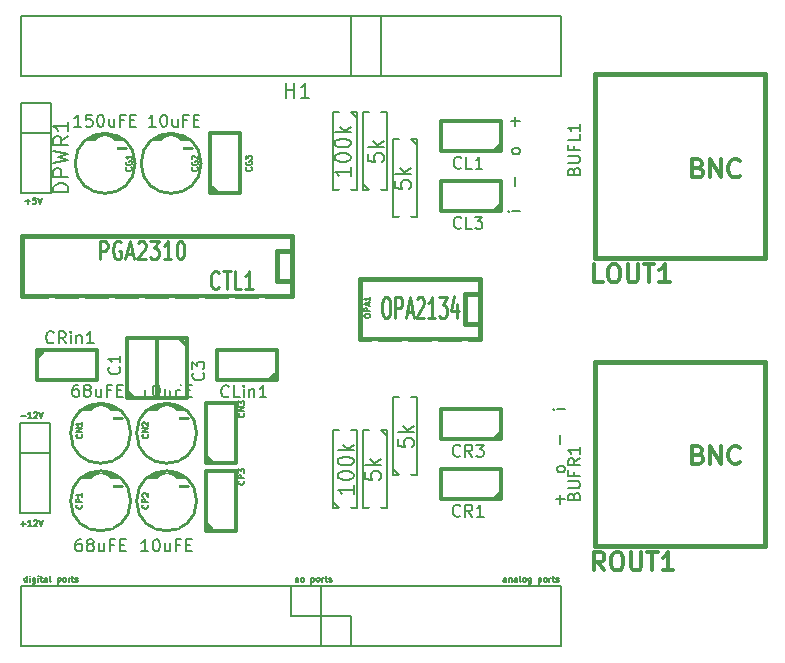
<source format=gto>
%TF.FileFunction,Legend,Top*%
%FSLAX46Y46*%
G04 Gerber Fmt 4.6, Leading zero omitted, Abs format (unit mm)*
G04 Created by KiCad (PCBNEW (2014-08-05 BZR 5054)-product) date Thu 18 Sep 2014 01:52:19 PM PDT*
%MOMM*%
G01*
G04 APERTURE LIST*
%ADD10C,0.100000*%
%ADD11C,0.127000*%
%ADD12C,0.304800*%
%ADD13C,0.381000*%
%ADD14C,0.203200*%
%ADD15C,0.254000*%
%ADD16C,0.150000*%
%ADD17C,0.285750*%
%ADD18C,1.397000*%
%ADD19R,1.574800X2.286000*%
%ADD20O,1.574800X2.286000*%
%ADD21R,1.998980X1.998980*%
%ADD22C,1.998980*%
%ADD23O,5.001260X3.500120*%
%ADD24C,1.600200*%
%ADD25R,2.032000X1.727200*%
%ADD26O,2.032000X1.727200*%
%ADD27O,3.500120X1.699260*%
%ADD28O,3.500120X1.524000*%
%ADD29R,3.500120X1.524000*%
%ADD30R,1.727200X1.727200*%
%ADD31O,1.727200X1.727200*%
%ADD32C,1.727200*%
G04 APERTURE END LIST*
D10*
D11*
X38081857Y-44105286D02*
X38468905Y-44105286D01*
X38275381Y-44298810D02*
X38275381Y-43911762D01*
X38952714Y-43790810D02*
X38710809Y-43790810D01*
X38686619Y-44032714D01*
X38710809Y-44008524D01*
X38759190Y-43984333D01*
X38880143Y-43984333D01*
X38928524Y-44008524D01*
X38952714Y-44032714D01*
X38976905Y-44081095D01*
X38976905Y-44202048D01*
X38952714Y-44250429D01*
X38928524Y-44274619D01*
X38880143Y-44298810D01*
X38759190Y-44298810D01*
X38710809Y-44274619D01*
X38686619Y-44250429D01*
X39122048Y-43790810D02*
X39291381Y-44298810D01*
X39460715Y-43790810D01*
X37712952Y-71410286D02*
X38100000Y-71410286D01*
X37906476Y-71603810D02*
X37906476Y-71216762D01*
X38608000Y-71603810D02*
X38317714Y-71603810D01*
X38462857Y-71603810D02*
X38462857Y-71095810D01*
X38414476Y-71168381D01*
X38366095Y-71216762D01*
X38317714Y-71240952D01*
X38801524Y-71144190D02*
X38825714Y-71120000D01*
X38874095Y-71095810D01*
X38995048Y-71095810D01*
X39043429Y-71120000D01*
X39067619Y-71144190D01*
X39091810Y-71192571D01*
X39091810Y-71240952D01*
X39067619Y-71313524D01*
X38777333Y-71603810D01*
X39091810Y-71603810D01*
X39236953Y-71095810D02*
X39406286Y-71603810D01*
X39575620Y-71095810D01*
X37712952Y-62266286D02*
X38100000Y-62266286D01*
X38608000Y-62459810D02*
X38317714Y-62459810D01*
X38462857Y-62459810D02*
X38462857Y-61951810D01*
X38414476Y-62024381D01*
X38366095Y-62072762D01*
X38317714Y-62096952D01*
X38801524Y-62000190D02*
X38825714Y-61976000D01*
X38874095Y-61951810D01*
X38995048Y-61951810D01*
X39043429Y-61976000D01*
X39067619Y-62000190D01*
X39091810Y-62048571D01*
X39091810Y-62096952D01*
X39067619Y-62169524D01*
X38777333Y-62459810D01*
X39091810Y-62459810D01*
X39236953Y-61951810D02*
X39406286Y-62459810D01*
X39575620Y-61951810D01*
D12*
X46672500Y-60718700D02*
X46672500Y-55689500D01*
X46672500Y-55689500D02*
X49212500Y-55689500D01*
X49212500Y-55689500D02*
X49212500Y-60769500D01*
X49212500Y-60769500D02*
X46672500Y-60769500D01*
X47307500Y-60769500D02*
X46672500Y-60134500D01*
X51752500Y-55740300D02*
X51752500Y-60769500D01*
X51752500Y-60769500D02*
X49212500Y-60769500D01*
X49212500Y-60769500D02*
X49212500Y-55689500D01*
X49212500Y-55689500D02*
X51752500Y-55689500D01*
X51117500Y-55689500D02*
X51752500Y-56324500D01*
X78308200Y-39878000D02*
X73279000Y-39878000D01*
X73279000Y-39878000D02*
X73279000Y-37338000D01*
X73279000Y-37338000D02*
X78359000Y-37338000D01*
X78359000Y-37338000D02*
X78359000Y-39878000D01*
X78359000Y-39243000D02*
X77724000Y-39878000D01*
X78308200Y-44958000D02*
X73279000Y-44958000D01*
X73279000Y-44958000D02*
X73279000Y-42418000D01*
X73279000Y-42418000D02*
X78359000Y-42418000D01*
X78359000Y-42418000D02*
X78359000Y-44958000D01*
X78359000Y-44323000D02*
X77724000Y-44958000D01*
X59321700Y-59245500D02*
X54292500Y-59245500D01*
X54292500Y-59245500D02*
X54292500Y-56705500D01*
X54292500Y-56705500D02*
X59372500Y-56705500D01*
X59372500Y-56705500D02*
X59372500Y-59245500D01*
X59372500Y-58610500D02*
X58737500Y-59245500D01*
X78308200Y-69342000D02*
X73279000Y-69342000D01*
X73279000Y-69342000D02*
X73279000Y-66802000D01*
X73279000Y-66802000D02*
X78359000Y-66802000D01*
X78359000Y-66802000D02*
X78359000Y-69342000D01*
X78359000Y-68707000D02*
X77724000Y-69342000D01*
X78308200Y-64262000D02*
X73279000Y-64262000D01*
X73279000Y-64262000D02*
X73279000Y-61722000D01*
X73279000Y-61722000D02*
X78359000Y-61722000D01*
X78359000Y-61722000D02*
X78359000Y-64262000D01*
X78359000Y-63627000D02*
X77724000Y-64262000D01*
X39103300Y-56705500D02*
X44132500Y-56705500D01*
X44132500Y-56705500D02*
X44132500Y-59245500D01*
X44132500Y-59245500D02*
X39052500Y-59245500D01*
X39052500Y-59245500D02*
X39052500Y-56705500D01*
X39052500Y-57340500D02*
X39687500Y-56705500D01*
D13*
X60642500Y-50863500D02*
X60642500Y-50863500D01*
X60642500Y-50863500D02*
X59372500Y-50863500D01*
X59372500Y-50863500D02*
X59372500Y-48323500D01*
X59372500Y-48323500D02*
X60642500Y-48323500D01*
X60642500Y-52133500D02*
X37782500Y-52133500D01*
X37782500Y-52133500D02*
X37782500Y-47053500D01*
X37782500Y-47053500D02*
X60642500Y-47053500D01*
X60642500Y-47053500D02*
X60642500Y-52133500D01*
X76581000Y-54483000D02*
X75311000Y-54483000D01*
X75311000Y-54483000D02*
X75311000Y-51943000D01*
X75311000Y-51943000D02*
X76581000Y-51943000D01*
X76581000Y-55753000D02*
X66421000Y-55753000D01*
X66421000Y-55753000D02*
X66421000Y-50673000D01*
X66421000Y-50673000D02*
X76581000Y-50673000D01*
X76581000Y-50673000D02*
X76581000Y-55753000D01*
D14*
X67691000Y-43688000D02*
X67691000Y-43180000D01*
X67691000Y-36068000D02*
X67691000Y-36576000D01*
X67691000Y-36576000D02*
X66675000Y-36576000D01*
X66675000Y-36576000D02*
X66675000Y-43180000D01*
X66675000Y-43180000D02*
X68707000Y-43180000D01*
X68707000Y-43180000D02*
X68707000Y-36576000D01*
X68707000Y-36576000D02*
X67691000Y-36576000D01*
X67183000Y-43180000D02*
X66675000Y-42672000D01*
X70231000Y-38354000D02*
X70231000Y-38862000D01*
X70231000Y-45974000D02*
X70231000Y-45466000D01*
X70231000Y-45466000D02*
X71247000Y-45466000D01*
X71247000Y-45466000D02*
X71247000Y-38862000D01*
X71247000Y-38862000D02*
X69215000Y-38862000D01*
X69215000Y-38862000D02*
X69215000Y-45466000D01*
X69215000Y-45466000D02*
X70231000Y-45466000D01*
X70739000Y-38862000D02*
X71247000Y-39370000D01*
X65151000Y-36068000D02*
X65151000Y-36576000D01*
X65151000Y-43688000D02*
X65151000Y-43180000D01*
X65151000Y-43180000D02*
X66167000Y-43180000D01*
X66167000Y-43180000D02*
X66167000Y-36576000D01*
X66167000Y-36576000D02*
X64135000Y-36576000D01*
X64135000Y-36576000D02*
X64135000Y-43180000D01*
X64135000Y-43180000D02*
X65151000Y-43180000D01*
X65659000Y-36576000D02*
X66167000Y-37084000D01*
X67691000Y-62992000D02*
X67691000Y-63500000D01*
X67691000Y-70612000D02*
X67691000Y-70104000D01*
X67691000Y-70104000D02*
X68707000Y-70104000D01*
X68707000Y-70104000D02*
X68707000Y-63500000D01*
X68707000Y-63500000D02*
X66675000Y-63500000D01*
X66675000Y-63500000D02*
X66675000Y-70104000D01*
X66675000Y-70104000D02*
X67691000Y-70104000D01*
X68199000Y-63500000D02*
X68707000Y-64008000D01*
X70231000Y-67818000D02*
X70231000Y-67310000D01*
X70231000Y-60198000D02*
X70231000Y-60706000D01*
X70231000Y-60706000D02*
X69215000Y-60706000D01*
X69215000Y-60706000D02*
X69215000Y-67310000D01*
X69215000Y-67310000D02*
X71247000Y-67310000D01*
X71247000Y-67310000D02*
X71247000Y-60706000D01*
X71247000Y-60706000D02*
X70231000Y-60706000D01*
X69723000Y-67310000D02*
X69215000Y-66802000D01*
X65151000Y-70612000D02*
X65151000Y-70104000D01*
X65151000Y-62992000D02*
X65151000Y-63500000D01*
X65151000Y-63500000D02*
X64135000Y-63500000D01*
X64135000Y-63500000D02*
X64135000Y-70104000D01*
X64135000Y-70104000D02*
X66167000Y-70104000D01*
X66167000Y-70104000D02*
X66167000Y-63500000D01*
X66167000Y-63500000D02*
X65151000Y-63500000D01*
X64643000Y-70104000D02*
X64135000Y-69596000D01*
D15*
X45720000Y-39624000D02*
X46609000Y-39624000D01*
X45847000Y-38608000D02*
X43815000Y-38608000D01*
X43815000Y-38608000D02*
X43815000Y-38735000D01*
X43815000Y-38735000D02*
X45847000Y-38735000D01*
X43307000Y-38862000D02*
X46355000Y-38862000D01*
X47371000Y-40894000D02*
G75*
G03X47371000Y-40894000I-2540000J0D01*
G74*
G01*
X51308000Y-39624000D02*
X52197000Y-39624000D01*
X51435000Y-38608000D02*
X49403000Y-38608000D01*
X49403000Y-38608000D02*
X49403000Y-38735000D01*
X49403000Y-38735000D02*
X51435000Y-38735000D01*
X48895000Y-38862000D02*
X51943000Y-38862000D01*
X52959000Y-40894000D02*
G75*
G03X52959000Y-40894000I-2540000J0D01*
G74*
G01*
D12*
X53721000Y-43383200D02*
X53721000Y-38354000D01*
X53721000Y-38354000D02*
X56261000Y-38354000D01*
X56261000Y-38354000D02*
X56261000Y-43434000D01*
X56261000Y-43434000D02*
X53721000Y-43434000D01*
X54356000Y-43434000D02*
X53721000Y-42799000D01*
D15*
X45339000Y-62484000D02*
X46228000Y-62484000D01*
X45466000Y-61468000D02*
X43434000Y-61468000D01*
X43434000Y-61468000D02*
X43434000Y-61595000D01*
X43434000Y-61595000D02*
X45466000Y-61595000D01*
X42926000Y-61722000D02*
X45974000Y-61722000D01*
X46990000Y-63754000D02*
G75*
G03X46990000Y-63754000I-2540000J0D01*
G74*
G01*
X50927000Y-62484000D02*
X51816000Y-62484000D01*
X51054000Y-61468000D02*
X49022000Y-61468000D01*
X49022000Y-61468000D02*
X49022000Y-61595000D01*
X49022000Y-61595000D02*
X51054000Y-61595000D01*
X48514000Y-61722000D02*
X51562000Y-61722000D01*
X52578000Y-63754000D02*
G75*
G03X52578000Y-63754000I-2540000J0D01*
G74*
G01*
D12*
X53340000Y-66243200D02*
X53340000Y-61214000D01*
X53340000Y-61214000D02*
X55880000Y-61214000D01*
X55880000Y-61214000D02*
X55880000Y-66294000D01*
X55880000Y-66294000D02*
X53340000Y-66294000D01*
X53975000Y-66294000D02*
X53340000Y-65659000D01*
D15*
X45339000Y-68199000D02*
X46228000Y-68199000D01*
X45466000Y-67183000D02*
X43434000Y-67183000D01*
X43434000Y-67183000D02*
X43434000Y-67310000D01*
X43434000Y-67310000D02*
X45466000Y-67310000D01*
X42926000Y-67437000D02*
X45974000Y-67437000D01*
X46990000Y-69469000D02*
G75*
G03X46990000Y-69469000I-2540000J0D01*
G74*
G01*
X50927000Y-68199000D02*
X51816000Y-68199000D01*
X51054000Y-67183000D02*
X49022000Y-67183000D01*
X49022000Y-67183000D02*
X49022000Y-67310000D01*
X49022000Y-67310000D02*
X51054000Y-67310000D01*
X48514000Y-67437000D02*
X51562000Y-67437000D01*
X52578000Y-69469000D02*
G75*
G03X52578000Y-69469000I-2540000J0D01*
G74*
G01*
D12*
X53340000Y-71958200D02*
X53340000Y-66929000D01*
X53340000Y-66929000D02*
X55880000Y-66929000D01*
X55880000Y-66929000D02*
X55880000Y-72009000D01*
X55880000Y-72009000D02*
X53340000Y-72009000D01*
X53975000Y-72009000D02*
X53340000Y-71374000D01*
D13*
X86271100Y-33347660D02*
X86271100Y-48948340D01*
X86271100Y-48948340D02*
X100672900Y-48948340D01*
X100672900Y-48948340D02*
X100672900Y-33347660D01*
X100672900Y-33347660D02*
X86271100Y-33347660D01*
X86271100Y-57731660D02*
X86271100Y-73332340D01*
X86271100Y-73332340D02*
X100672900Y-73332340D01*
X100672900Y-73332340D02*
X100672900Y-57731660D01*
X100672900Y-57731660D02*
X86271100Y-57731660D01*
D16*
X40259000Y-38354000D02*
X40259000Y-43434000D01*
X40259000Y-43434000D02*
X37719000Y-43434000D01*
X37719000Y-43434000D02*
X37719000Y-38354000D01*
X37719000Y-35814000D02*
X37719000Y-38354000D01*
X37719000Y-38354000D02*
X40259000Y-38354000D01*
X37719000Y-35814000D02*
X40259000Y-35814000D01*
X40259000Y-35814000D02*
X40259000Y-38354000D01*
X40132000Y-65405000D02*
X40132000Y-70485000D01*
X40132000Y-70485000D02*
X37592000Y-70485000D01*
X37592000Y-70485000D02*
X37592000Y-65405000D01*
X37592000Y-62865000D02*
X37592000Y-65405000D01*
X37592000Y-65405000D02*
X40132000Y-65405000D01*
X37592000Y-62865000D02*
X40132000Y-62865000D01*
X40132000Y-62865000D02*
X40132000Y-65405000D01*
X68199000Y-28448000D02*
X68199000Y-33528000D01*
X63119000Y-76708000D02*
X63119000Y-79248000D01*
X63119000Y-79248000D02*
X65659000Y-79248000D01*
X65659000Y-79248000D02*
X65659000Y-81788000D01*
X60579000Y-76708000D02*
X60579000Y-79248000D01*
X60579000Y-79248000D02*
X63119000Y-79248000D01*
X63119000Y-79248000D02*
X63119000Y-81788000D01*
X65659000Y-28448000D02*
X65659000Y-33528000D01*
X60579000Y-76708000D02*
X63119000Y-76708000D01*
X68199000Y-28448000D02*
X65659000Y-28448000D01*
X37719000Y-81788000D02*
X40259000Y-81788000D01*
X37719000Y-76708000D02*
X83439000Y-76708000D01*
X83439000Y-81788000D02*
X40259000Y-81788000D01*
X83439000Y-76708000D02*
X83439000Y-81788000D01*
X37719000Y-76708000D02*
X37719000Y-79248000D01*
X37719000Y-81788000D02*
X40259000Y-81788000D01*
X37719000Y-81788000D02*
X37719000Y-79248000D01*
X37719000Y-33528000D02*
X40259000Y-33528000D01*
X37719000Y-28448000D02*
X83439000Y-28448000D01*
X83439000Y-33528000D02*
X40259000Y-33528000D01*
X83439000Y-28448000D02*
X83439000Y-33528000D01*
X37719000Y-28448000D02*
X37719000Y-30988000D01*
X37719000Y-33528000D02*
X40259000Y-33528000D01*
X37719000Y-33528000D02*
X37719000Y-30988000D01*
D14*
X46019357Y-58144833D02*
X46067738Y-58193214D01*
X46116119Y-58338357D01*
X46116119Y-58435119D01*
X46067738Y-58580261D01*
X45970976Y-58677023D01*
X45874214Y-58725404D01*
X45680690Y-58773785D01*
X45535548Y-58773785D01*
X45342024Y-58725404D01*
X45245262Y-58677023D01*
X45148500Y-58580261D01*
X45100119Y-58435119D01*
X45100119Y-58338357D01*
X45148500Y-58193214D01*
X45196881Y-58144833D01*
X46116119Y-57177214D02*
X46116119Y-57757785D01*
X46116119Y-57467499D02*
X45100119Y-57467499D01*
X45245262Y-57564261D01*
X45342024Y-57661023D01*
X45390405Y-57757785D01*
X53131357Y-58652833D02*
X53179738Y-58701214D01*
X53228119Y-58846357D01*
X53228119Y-58943119D01*
X53179738Y-59088261D01*
X53082976Y-59185023D01*
X52986214Y-59233404D01*
X52792690Y-59281785D01*
X52647548Y-59281785D01*
X52454024Y-59233404D01*
X52357262Y-59185023D01*
X52260500Y-59088261D01*
X52212119Y-58943119D01*
X52212119Y-58846357D01*
X52260500Y-58701214D01*
X52308881Y-58652833D01*
X52212119Y-58314166D02*
X52212119Y-57685214D01*
X52599167Y-58023880D01*
X52599167Y-57878738D01*
X52647548Y-57781976D01*
X52695929Y-57733595D01*
X52792690Y-57685214D01*
X53034595Y-57685214D01*
X53131357Y-57733595D01*
X53179738Y-57781976D01*
X53228119Y-57878738D01*
X53228119Y-58169023D01*
X53179738Y-58265785D01*
X53131357Y-58314166D01*
X74984429Y-41256857D02*
X74936048Y-41305238D01*
X74790905Y-41353619D01*
X74694143Y-41353619D01*
X74549001Y-41305238D01*
X74452239Y-41208476D01*
X74403858Y-41111714D01*
X74355477Y-40918190D01*
X74355477Y-40773048D01*
X74403858Y-40579524D01*
X74452239Y-40482762D01*
X74549001Y-40386000D01*
X74694143Y-40337619D01*
X74790905Y-40337619D01*
X74936048Y-40386000D01*
X74984429Y-40434381D01*
X75903667Y-41353619D02*
X75419858Y-41353619D01*
X75419858Y-40337619D01*
X76774524Y-41353619D02*
X76193953Y-41353619D01*
X76484239Y-41353619D02*
X76484239Y-40337619D01*
X76387477Y-40482762D01*
X76290715Y-40579524D01*
X76193953Y-40627905D01*
X74984429Y-46336857D02*
X74936048Y-46385238D01*
X74790905Y-46433619D01*
X74694143Y-46433619D01*
X74549001Y-46385238D01*
X74452239Y-46288476D01*
X74403858Y-46191714D01*
X74355477Y-45998190D01*
X74355477Y-45853048D01*
X74403858Y-45659524D01*
X74452239Y-45562762D01*
X74549001Y-45466000D01*
X74694143Y-45417619D01*
X74790905Y-45417619D01*
X74936048Y-45466000D01*
X74984429Y-45514381D01*
X75903667Y-46433619D02*
X75419858Y-46433619D01*
X75419858Y-45417619D01*
X76145572Y-45417619D02*
X76774524Y-45417619D01*
X76435858Y-45804667D01*
X76581000Y-45804667D01*
X76677762Y-45853048D01*
X76726143Y-45901429D01*
X76774524Y-45998190D01*
X76774524Y-46240095D01*
X76726143Y-46336857D01*
X76677762Y-46385238D01*
X76581000Y-46433619D01*
X76290715Y-46433619D01*
X76193953Y-46385238D01*
X76145572Y-46336857D01*
X55296405Y-60624357D02*
X55248024Y-60672738D01*
X55102881Y-60721119D01*
X55006119Y-60721119D01*
X54860977Y-60672738D01*
X54764215Y-60575976D01*
X54715834Y-60479214D01*
X54667453Y-60285690D01*
X54667453Y-60140548D01*
X54715834Y-59947024D01*
X54764215Y-59850262D01*
X54860977Y-59753500D01*
X55006119Y-59705119D01*
X55102881Y-59705119D01*
X55248024Y-59753500D01*
X55296405Y-59801881D01*
X56215643Y-60721119D02*
X55731834Y-60721119D01*
X55731834Y-59705119D01*
X56554310Y-60721119D02*
X56554310Y-60043786D01*
X56554310Y-59705119D02*
X56505929Y-59753500D01*
X56554310Y-59801881D01*
X56602691Y-59753500D01*
X56554310Y-59705119D01*
X56554310Y-59801881D01*
X57038120Y-60043786D02*
X57038120Y-60721119D01*
X57038120Y-60140548D02*
X57086501Y-60092167D01*
X57183263Y-60043786D01*
X57328405Y-60043786D01*
X57425167Y-60092167D01*
X57473548Y-60188929D01*
X57473548Y-60721119D01*
X58489548Y-60721119D02*
X57908977Y-60721119D01*
X58199263Y-60721119D02*
X58199263Y-59705119D01*
X58102501Y-59850262D01*
X58005739Y-59947024D01*
X57908977Y-59995405D01*
X74887667Y-70720857D02*
X74839286Y-70769238D01*
X74694143Y-70817619D01*
X74597381Y-70817619D01*
X74452239Y-70769238D01*
X74355477Y-70672476D01*
X74307096Y-70575714D01*
X74258715Y-70382190D01*
X74258715Y-70237048D01*
X74307096Y-70043524D01*
X74355477Y-69946762D01*
X74452239Y-69850000D01*
X74597381Y-69801619D01*
X74694143Y-69801619D01*
X74839286Y-69850000D01*
X74887667Y-69898381D01*
X75903667Y-70817619D02*
X75565001Y-70333810D01*
X75323096Y-70817619D02*
X75323096Y-69801619D01*
X75710143Y-69801619D01*
X75806905Y-69850000D01*
X75855286Y-69898381D01*
X75903667Y-69995143D01*
X75903667Y-70140286D01*
X75855286Y-70237048D01*
X75806905Y-70285429D01*
X75710143Y-70333810D01*
X75323096Y-70333810D01*
X76871286Y-70817619D02*
X76290715Y-70817619D01*
X76581001Y-70817619D02*
X76581001Y-69801619D01*
X76484239Y-69946762D01*
X76387477Y-70043524D01*
X76290715Y-70091905D01*
X74887667Y-65640857D02*
X74839286Y-65689238D01*
X74694143Y-65737619D01*
X74597381Y-65737619D01*
X74452239Y-65689238D01*
X74355477Y-65592476D01*
X74307096Y-65495714D01*
X74258715Y-65302190D01*
X74258715Y-65157048D01*
X74307096Y-64963524D01*
X74355477Y-64866762D01*
X74452239Y-64770000D01*
X74597381Y-64721619D01*
X74694143Y-64721619D01*
X74839286Y-64770000D01*
X74887667Y-64818381D01*
X75903667Y-65737619D02*
X75565001Y-65253810D01*
X75323096Y-65737619D02*
X75323096Y-64721619D01*
X75710143Y-64721619D01*
X75806905Y-64770000D01*
X75855286Y-64818381D01*
X75903667Y-64915143D01*
X75903667Y-65060286D01*
X75855286Y-65157048D01*
X75806905Y-65205429D01*
X75710143Y-65253810D01*
X75323096Y-65253810D01*
X76242334Y-64721619D02*
X76871286Y-64721619D01*
X76532620Y-65108667D01*
X76677762Y-65108667D01*
X76774524Y-65157048D01*
X76822905Y-65205429D01*
X76871286Y-65302190D01*
X76871286Y-65544095D01*
X76822905Y-65640857D01*
X76774524Y-65689238D01*
X76677762Y-65737619D01*
X76387477Y-65737619D01*
X76290715Y-65689238D01*
X76242334Y-65640857D01*
X40467643Y-56052357D02*
X40419262Y-56100738D01*
X40274119Y-56149119D01*
X40177357Y-56149119D01*
X40032215Y-56100738D01*
X39935453Y-56003976D01*
X39887072Y-55907214D01*
X39838691Y-55713690D01*
X39838691Y-55568548D01*
X39887072Y-55375024D01*
X39935453Y-55278262D01*
X40032215Y-55181500D01*
X40177357Y-55133119D01*
X40274119Y-55133119D01*
X40419262Y-55181500D01*
X40467643Y-55229881D01*
X41483643Y-56149119D02*
X41144977Y-55665310D01*
X40903072Y-56149119D02*
X40903072Y-55133119D01*
X41290119Y-55133119D01*
X41386881Y-55181500D01*
X41435262Y-55229881D01*
X41483643Y-55326643D01*
X41483643Y-55471786D01*
X41435262Y-55568548D01*
X41386881Y-55616929D01*
X41290119Y-55665310D01*
X40903072Y-55665310D01*
X41919072Y-56149119D02*
X41919072Y-55471786D01*
X41919072Y-55133119D02*
X41870691Y-55181500D01*
X41919072Y-55229881D01*
X41967453Y-55181500D01*
X41919072Y-55133119D01*
X41919072Y-55229881D01*
X42402882Y-55471786D02*
X42402882Y-56149119D01*
X42402882Y-55568548D02*
X42451263Y-55520167D01*
X42548025Y-55471786D01*
X42693167Y-55471786D01*
X42789929Y-55520167D01*
X42838310Y-55616929D01*
X42838310Y-56149119D01*
X43854310Y-56149119D02*
X43273739Y-56149119D01*
X43564025Y-56149119D02*
X43564025Y-55133119D01*
X43467263Y-55278262D01*
X43370501Y-55375024D01*
X43273739Y-55423405D01*
D17*
X54473929Y-51407786D02*
X54419500Y-51480357D01*
X54256214Y-51552929D01*
X54147357Y-51552929D01*
X53984072Y-51480357D01*
X53875214Y-51335214D01*
X53820786Y-51190071D01*
X53766357Y-50899786D01*
X53766357Y-50682071D01*
X53820786Y-50391786D01*
X53875214Y-50246643D01*
X53984072Y-50101500D01*
X54147357Y-50028929D01*
X54256214Y-50028929D01*
X54419500Y-50101500D01*
X54473929Y-50174071D01*
X54800500Y-50028929D02*
X55453643Y-50028929D01*
X55127072Y-51552929D02*
X55127072Y-50028929D01*
X56378929Y-51552929D02*
X55834643Y-51552929D01*
X55834643Y-50028929D01*
X57358643Y-51552929D02*
X56705500Y-51552929D01*
X57032072Y-51552929D02*
X57032072Y-50028929D01*
X56923215Y-50246643D01*
X56814357Y-50391786D01*
X56705500Y-50464357D01*
D12*
D17*
X44404644Y-49012929D02*
X44404644Y-47488929D01*
X44840072Y-47488929D01*
X44948930Y-47561500D01*
X45003358Y-47634071D01*
X45057787Y-47779214D01*
X45057787Y-47996929D01*
X45003358Y-48142071D01*
X44948930Y-48214643D01*
X44840072Y-48287214D01*
X44404644Y-48287214D01*
X46146358Y-47561500D02*
X46037501Y-47488929D01*
X45874215Y-47488929D01*
X45710930Y-47561500D01*
X45602072Y-47706643D01*
X45547644Y-47851786D01*
X45493215Y-48142071D01*
X45493215Y-48359786D01*
X45547644Y-48650071D01*
X45602072Y-48795214D01*
X45710930Y-48940357D01*
X45874215Y-49012929D01*
X45983072Y-49012929D01*
X46146358Y-48940357D01*
X46200787Y-48867786D01*
X46200787Y-48359786D01*
X45983072Y-48359786D01*
X46636215Y-48577500D02*
X47180501Y-48577500D01*
X46527358Y-49012929D02*
X46908358Y-47488929D01*
X47289358Y-49012929D01*
X47615929Y-47634071D02*
X47670358Y-47561500D01*
X47779215Y-47488929D01*
X48051358Y-47488929D01*
X48160215Y-47561500D01*
X48214644Y-47634071D01*
X48269072Y-47779214D01*
X48269072Y-47924357D01*
X48214644Y-48142071D01*
X47561501Y-49012929D01*
X48269072Y-49012929D01*
X48650072Y-47488929D02*
X49357643Y-47488929D01*
X48976643Y-48069500D01*
X49139929Y-48069500D01*
X49248786Y-48142071D01*
X49303215Y-48214643D01*
X49357643Y-48359786D01*
X49357643Y-48722643D01*
X49303215Y-48867786D01*
X49248786Y-48940357D01*
X49139929Y-49012929D01*
X48813357Y-49012929D01*
X48704500Y-48940357D01*
X48650072Y-48867786D01*
X50446214Y-49012929D02*
X49793071Y-49012929D01*
X50119643Y-49012929D02*
X50119643Y-47488929D01*
X50010786Y-47706643D01*
X49901928Y-47851786D01*
X49793071Y-47924357D01*
X51153785Y-47488929D02*
X51262642Y-47488929D01*
X51371499Y-47561500D01*
X51425928Y-47634071D01*
X51480357Y-47779214D01*
X51534785Y-48069500D01*
X51534785Y-48432357D01*
X51480357Y-48722643D01*
X51425928Y-48867786D01*
X51371499Y-48940357D01*
X51262642Y-49012929D01*
X51153785Y-49012929D01*
X51044928Y-48940357D01*
X50990499Y-48867786D01*
X50936071Y-48722643D01*
X50881642Y-48432357D01*
X50881642Y-48069500D01*
X50936071Y-47779214D01*
X50990499Y-47634071D01*
X51044928Y-47561500D01*
X51153785Y-47488929D01*
D12*
D11*
X66777810Y-53848000D02*
X66777810Y-53751238D01*
X66802000Y-53702857D01*
X66850381Y-53654476D01*
X66947143Y-53630285D01*
X67116476Y-53630285D01*
X67213238Y-53654476D01*
X67261619Y-53702857D01*
X67285810Y-53751238D01*
X67285810Y-53848000D01*
X67261619Y-53896381D01*
X67213238Y-53944762D01*
X67116476Y-53968952D01*
X66947143Y-53968952D01*
X66850381Y-53944762D01*
X66802000Y-53896381D01*
X66777810Y-53848000D01*
X67285810Y-53412572D02*
X66777810Y-53412572D01*
X66777810Y-53219048D01*
X66802000Y-53170667D01*
X66826190Y-53146476D01*
X66874571Y-53122286D01*
X66947143Y-53122286D01*
X66995524Y-53146476D01*
X67019714Y-53170667D01*
X67043905Y-53219048D01*
X67043905Y-53412572D01*
X67140667Y-52928762D02*
X67140667Y-52686857D01*
X67285810Y-52977143D02*
X66777810Y-52807810D01*
X67285810Y-52638476D01*
X67285810Y-52203047D02*
X67285810Y-52493333D01*
X67285810Y-52348190D02*
X66777810Y-52348190D01*
X66850381Y-52396571D01*
X66898762Y-52444952D01*
X66922952Y-52493333D01*
D15*
X68525572Y-52239333D02*
X68719095Y-52239333D01*
X68815857Y-52324000D01*
X68912619Y-52493333D01*
X68961000Y-52832000D01*
X68961000Y-53424667D01*
X68912619Y-53763333D01*
X68815857Y-53932667D01*
X68719095Y-54017333D01*
X68525572Y-54017333D01*
X68428810Y-53932667D01*
X68332048Y-53763333D01*
X68283667Y-53424667D01*
X68283667Y-52832000D01*
X68332048Y-52493333D01*
X68428810Y-52324000D01*
X68525572Y-52239333D01*
X69396429Y-54017333D02*
X69396429Y-52239333D01*
X69783476Y-52239333D01*
X69880238Y-52324000D01*
X69928619Y-52408667D01*
X69977000Y-52578000D01*
X69977000Y-52832000D01*
X69928619Y-53001333D01*
X69880238Y-53086000D01*
X69783476Y-53170667D01*
X69396429Y-53170667D01*
X70364048Y-53509333D02*
X70847857Y-53509333D01*
X70267286Y-54017333D02*
X70605953Y-52239333D01*
X70944619Y-54017333D01*
X71234905Y-52408667D02*
X71283286Y-52324000D01*
X71380048Y-52239333D01*
X71621952Y-52239333D01*
X71718714Y-52324000D01*
X71767095Y-52408667D01*
X71815476Y-52578000D01*
X71815476Y-52747333D01*
X71767095Y-53001333D01*
X71186524Y-54017333D01*
X71815476Y-54017333D01*
X72783095Y-54017333D02*
X72202524Y-54017333D01*
X72492810Y-54017333D02*
X72492810Y-52239333D01*
X72396048Y-52493333D01*
X72299286Y-52662667D01*
X72202524Y-52747333D01*
X73121762Y-52239333D02*
X73750714Y-52239333D01*
X73412048Y-52916667D01*
X73557190Y-52916667D01*
X73653952Y-53001333D01*
X73702333Y-53086000D01*
X73750714Y-53255333D01*
X73750714Y-53678667D01*
X73702333Y-53848000D01*
X73653952Y-53932667D01*
X73557190Y-54017333D01*
X73266905Y-54017333D01*
X73170143Y-53932667D01*
X73121762Y-53848000D01*
X74621571Y-52832000D02*
X74621571Y-54017333D01*
X74379667Y-52154667D02*
X74137762Y-53424667D01*
X74766714Y-53424667D01*
D12*
D14*
X67052976Y-40089666D02*
X67052976Y-40694428D01*
X67718214Y-40754904D01*
X67651690Y-40694428D01*
X67585167Y-40573476D01*
X67585167Y-40271095D01*
X67651690Y-40150142D01*
X67718214Y-40089666D01*
X67851262Y-40029190D01*
X68183881Y-40029190D01*
X68316929Y-40089666D01*
X68383452Y-40150142D01*
X68449976Y-40271095D01*
X68449976Y-40573476D01*
X68383452Y-40694428D01*
X68316929Y-40754904D01*
X68449976Y-39484904D02*
X67052976Y-39484904D01*
X67917786Y-39363952D02*
X68449976Y-39001095D01*
X67518643Y-39001095D02*
X68050833Y-39484904D01*
X69338976Y-42375666D02*
X69338976Y-42980428D01*
X70004214Y-43040904D01*
X69937690Y-42980428D01*
X69871167Y-42859476D01*
X69871167Y-42557095D01*
X69937690Y-42436142D01*
X70004214Y-42375666D01*
X70137262Y-42315190D01*
X70469881Y-42315190D01*
X70602929Y-42375666D01*
X70669452Y-42436142D01*
X70735976Y-42557095D01*
X70735976Y-42859476D01*
X70669452Y-42980428D01*
X70602929Y-43040904D01*
X70735976Y-41770904D02*
X69338976Y-41770904D01*
X70203786Y-41649952D02*
X70735976Y-41287095D01*
X69804643Y-41287095D02*
X70336833Y-41770904D01*
X65655976Y-41238714D02*
X65655976Y-41964428D01*
X65655976Y-41601571D02*
X64258976Y-41601571D01*
X64458548Y-41722523D01*
X64591595Y-41843476D01*
X64658119Y-41964428D01*
X64258976Y-40452523D02*
X64258976Y-40331571D01*
X64325500Y-40210619D01*
X64392024Y-40150142D01*
X64525071Y-40089666D01*
X64791167Y-40029190D01*
X65123786Y-40029190D01*
X65389881Y-40089666D01*
X65522929Y-40150142D01*
X65589452Y-40210619D01*
X65655976Y-40331571D01*
X65655976Y-40452523D01*
X65589452Y-40573476D01*
X65522929Y-40633952D01*
X65389881Y-40694428D01*
X65123786Y-40754904D01*
X64791167Y-40754904D01*
X64525071Y-40694428D01*
X64392024Y-40633952D01*
X64325500Y-40573476D01*
X64258976Y-40452523D01*
X64258976Y-39242999D02*
X64258976Y-39122047D01*
X64325500Y-39001095D01*
X64392024Y-38940618D01*
X64525071Y-38880142D01*
X64791167Y-38819666D01*
X65123786Y-38819666D01*
X65389881Y-38880142D01*
X65522929Y-38940618D01*
X65589452Y-39001095D01*
X65655976Y-39122047D01*
X65655976Y-39242999D01*
X65589452Y-39363952D01*
X65522929Y-39424428D01*
X65389881Y-39484904D01*
X65123786Y-39545380D01*
X64791167Y-39545380D01*
X64525071Y-39484904D01*
X64392024Y-39424428D01*
X64325500Y-39363952D01*
X64258976Y-39242999D01*
X65655976Y-38275380D02*
X64258976Y-38275380D01*
X65123786Y-38154428D02*
X65655976Y-37791571D01*
X64724643Y-37791571D02*
X65256833Y-38275380D01*
X66798976Y-67013666D02*
X66798976Y-67618428D01*
X67464214Y-67678904D01*
X67397690Y-67618428D01*
X67331167Y-67497476D01*
X67331167Y-67195095D01*
X67397690Y-67074142D01*
X67464214Y-67013666D01*
X67597262Y-66953190D01*
X67929881Y-66953190D01*
X68062929Y-67013666D01*
X68129452Y-67074142D01*
X68195976Y-67195095D01*
X68195976Y-67497476D01*
X68129452Y-67618428D01*
X68062929Y-67678904D01*
X68195976Y-66408904D02*
X66798976Y-66408904D01*
X67663786Y-66287952D02*
X68195976Y-65925095D01*
X67264643Y-65925095D02*
X67796833Y-66408904D01*
X69592976Y-64219666D02*
X69592976Y-64824428D01*
X70258214Y-64884904D01*
X70191690Y-64824428D01*
X70125167Y-64703476D01*
X70125167Y-64401095D01*
X70191690Y-64280142D01*
X70258214Y-64219666D01*
X70391262Y-64159190D01*
X70723881Y-64159190D01*
X70856929Y-64219666D01*
X70923452Y-64280142D01*
X70989976Y-64401095D01*
X70989976Y-64703476D01*
X70923452Y-64824428D01*
X70856929Y-64884904D01*
X70989976Y-63614904D02*
X69592976Y-63614904D01*
X70457786Y-63493952D02*
X70989976Y-63131095D01*
X70058643Y-63131095D02*
X70590833Y-63614904D01*
X65909976Y-68162714D02*
X65909976Y-68888428D01*
X65909976Y-68525571D02*
X64512976Y-68525571D01*
X64712548Y-68646523D01*
X64845595Y-68767476D01*
X64912119Y-68888428D01*
X64512976Y-67376523D02*
X64512976Y-67255571D01*
X64579500Y-67134619D01*
X64646024Y-67074142D01*
X64779071Y-67013666D01*
X65045167Y-66953190D01*
X65377786Y-66953190D01*
X65643881Y-67013666D01*
X65776929Y-67074142D01*
X65843452Y-67134619D01*
X65909976Y-67255571D01*
X65909976Y-67376523D01*
X65843452Y-67497476D01*
X65776929Y-67557952D01*
X65643881Y-67618428D01*
X65377786Y-67678904D01*
X65045167Y-67678904D01*
X64779071Y-67618428D01*
X64646024Y-67557952D01*
X64579500Y-67497476D01*
X64512976Y-67376523D01*
X64512976Y-66166999D02*
X64512976Y-66046047D01*
X64579500Y-65925095D01*
X64646024Y-65864618D01*
X64779071Y-65804142D01*
X65045167Y-65743666D01*
X65377786Y-65743666D01*
X65643881Y-65804142D01*
X65776929Y-65864618D01*
X65843452Y-65925095D01*
X65909976Y-66046047D01*
X65909976Y-66166999D01*
X65843452Y-66287952D01*
X65776929Y-66348428D01*
X65643881Y-66408904D01*
X65377786Y-66469380D01*
X65045167Y-66469380D01*
X64779071Y-66408904D01*
X64646024Y-66348428D01*
X64579500Y-66287952D01*
X64512976Y-66166999D01*
X65909976Y-65199380D02*
X64512976Y-65199380D01*
X65377786Y-65078428D02*
X65909976Y-64715571D01*
X64978643Y-64715571D02*
X65510833Y-65199380D01*
D11*
X47044429Y-41232667D02*
X47068619Y-41256857D01*
X47092810Y-41329429D01*
X47092810Y-41377810D01*
X47068619Y-41450381D01*
X47020238Y-41498762D01*
X46971857Y-41522953D01*
X46875095Y-41547143D01*
X46802524Y-41547143D01*
X46705762Y-41522953D01*
X46657381Y-41498762D01*
X46609000Y-41450381D01*
X46584810Y-41377810D01*
X46584810Y-41329429D01*
X46609000Y-41256857D01*
X46633190Y-41232667D01*
X46609000Y-40748857D02*
X46584810Y-40797238D01*
X46584810Y-40869810D01*
X46609000Y-40942381D01*
X46657381Y-40990762D01*
X46705762Y-41014953D01*
X46802524Y-41039143D01*
X46875095Y-41039143D01*
X46971857Y-41014953D01*
X47020238Y-40990762D01*
X47068619Y-40942381D01*
X47092810Y-40869810D01*
X47092810Y-40821429D01*
X47068619Y-40748857D01*
X47044429Y-40724667D01*
X46875095Y-40724667D01*
X46875095Y-40821429D01*
X47092810Y-40240857D02*
X47092810Y-40531143D01*
X47092810Y-40386000D02*
X46584810Y-40386000D01*
X46657381Y-40434381D01*
X46705762Y-40482762D01*
X46729952Y-40531143D01*
X42799000Y-37797619D02*
X42218429Y-37797619D01*
X42508715Y-37797619D02*
X42508715Y-36781619D01*
X42411953Y-36926762D01*
X42315191Y-37023524D01*
X42218429Y-37071905D01*
X43718238Y-36781619D02*
X43234429Y-36781619D01*
X43186048Y-37265429D01*
X43234429Y-37217048D01*
X43331191Y-37168667D01*
X43573095Y-37168667D01*
X43669857Y-37217048D01*
X43718238Y-37265429D01*
X43766619Y-37362190D01*
X43766619Y-37604095D01*
X43718238Y-37700857D01*
X43669857Y-37749238D01*
X43573095Y-37797619D01*
X43331191Y-37797619D01*
X43234429Y-37749238D01*
X43186048Y-37700857D01*
X44395572Y-36781619D02*
X44492333Y-36781619D01*
X44589095Y-36830000D01*
X44637476Y-36878381D01*
X44685857Y-36975143D01*
X44734238Y-37168667D01*
X44734238Y-37410571D01*
X44685857Y-37604095D01*
X44637476Y-37700857D01*
X44589095Y-37749238D01*
X44492333Y-37797619D01*
X44395572Y-37797619D01*
X44298810Y-37749238D01*
X44250429Y-37700857D01*
X44202048Y-37604095D01*
X44153667Y-37410571D01*
X44153667Y-37168667D01*
X44202048Y-36975143D01*
X44250429Y-36878381D01*
X44298810Y-36830000D01*
X44395572Y-36781619D01*
X45605095Y-37120286D02*
X45605095Y-37797619D01*
X45169667Y-37120286D02*
X45169667Y-37652476D01*
X45218048Y-37749238D01*
X45314810Y-37797619D01*
X45459952Y-37797619D01*
X45556714Y-37749238D01*
X45605095Y-37700857D01*
X46427571Y-37265429D02*
X46088905Y-37265429D01*
X46088905Y-37797619D02*
X46088905Y-36781619D01*
X46572714Y-36781619D01*
X46959762Y-37265429D02*
X47298428Y-37265429D01*
X47443571Y-37797619D02*
X46959762Y-37797619D01*
X46959762Y-36781619D01*
X47443571Y-36781619D01*
X52632429Y-41232667D02*
X52656619Y-41256857D01*
X52680810Y-41329429D01*
X52680810Y-41377810D01*
X52656619Y-41450381D01*
X52608238Y-41498762D01*
X52559857Y-41522953D01*
X52463095Y-41547143D01*
X52390524Y-41547143D01*
X52293762Y-41522953D01*
X52245381Y-41498762D01*
X52197000Y-41450381D01*
X52172810Y-41377810D01*
X52172810Y-41329429D01*
X52197000Y-41256857D01*
X52221190Y-41232667D01*
X52197000Y-40748857D02*
X52172810Y-40797238D01*
X52172810Y-40869810D01*
X52197000Y-40942381D01*
X52245381Y-40990762D01*
X52293762Y-41014953D01*
X52390524Y-41039143D01*
X52463095Y-41039143D01*
X52559857Y-41014953D01*
X52608238Y-40990762D01*
X52656619Y-40942381D01*
X52680810Y-40869810D01*
X52680810Y-40821429D01*
X52656619Y-40748857D01*
X52632429Y-40724667D01*
X52463095Y-40724667D01*
X52463095Y-40821429D01*
X52221190Y-40531143D02*
X52197000Y-40506953D01*
X52172810Y-40458572D01*
X52172810Y-40337619D01*
X52197000Y-40289238D01*
X52221190Y-40265048D01*
X52269571Y-40240857D01*
X52317952Y-40240857D01*
X52390524Y-40265048D01*
X52680810Y-40555334D01*
X52680810Y-40240857D01*
X49124810Y-37797619D02*
X48544239Y-37797619D01*
X48834525Y-37797619D02*
X48834525Y-36781619D01*
X48737763Y-36926762D01*
X48641001Y-37023524D01*
X48544239Y-37071905D01*
X49753763Y-36781619D02*
X49850524Y-36781619D01*
X49947286Y-36830000D01*
X49995667Y-36878381D01*
X50044048Y-36975143D01*
X50092429Y-37168667D01*
X50092429Y-37410571D01*
X50044048Y-37604095D01*
X49995667Y-37700857D01*
X49947286Y-37749238D01*
X49850524Y-37797619D01*
X49753763Y-37797619D01*
X49657001Y-37749238D01*
X49608620Y-37700857D01*
X49560239Y-37604095D01*
X49511858Y-37410571D01*
X49511858Y-37168667D01*
X49560239Y-36975143D01*
X49608620Y-36878381D01*
X49657001Y-36830000D01*
X49753763Y-36781619D01*
X50963286Y-37120286D02*
X50963286Y-37797619D01*
X50527858Y-37120286D02*
X50527858Y-37652476D01*
X50576239Y-37749238D01*
X50673001Y-37797619D01*
X50818143Y-37797619D01*
X50914905Y-37749238D01*
X50963286Y-37700857D01*
X51785762Y-37265429D02*
X51447096Y-37265429D01*
X51447096Y-37797619D02*
X51447096Y-36781619D01*
X51930905Y-36781619D01*
X52317953Y-37265429D02*
X52656619Y-37265429D01*
X52801762Y-37797619D02*
X52317953Y-37797619D01*
X52317953Y-36781619D01*
X52801762Y-36781619D01*
X57204429Y-41232667D02*
X57228619Y-41256857D01*
X57252810Y-41329429D01*
X57252810Y-41377810D01*
X57228619Y-41450381D01*
X57180238Y-41498762D01*
X57131857Y-41522953D01*
X57035095Y-41547143D01*
X56962524Y-41547143D01*
X56865762Y-41522953D01*
X56817381Y-41498762D01*
X56769000Y-41450381D01*
X56744810Y-41377810D01*
X56744810Y-41329429D01*
X56769000Y-41256857D01*
X56793190Y-41232667D01*
X56769000Y-40748857D02*
X56744810Y-40797238D01*
X56744810Y-40869810D01*
X56769000Y-40942381D01*
X56817381Y-40990762D01*
X56865762Y-41014953D01*
X56962524Y-41039143D01*
X57035095Y-41039143D01*
X57131857Y-41014953D01*
X57180238Y-40990762D01*
X57228619Y-40942381D01*
X57252810Y-40869810D01*
X57252810Y-40821429D01*
X57228619Y-40748857D01*
X57204429Y-40724667D01*
X57035095Y-40724667D01*
X57035095Y-40821429D01*
X56744810Y-40555334D02*
X56744810Y-40240857D01*
X56938333Y-40410191D01*
X56938333Y-40337619D01*
X56962524Y-40289238D01*
X56986714Y-40265048D01*
X57035095Y-40240857D01*
X57156048Y-40240857D01*
X57204429Y-40265048D01*
X57228619Y-40289238D01*
X57252810Y-40337619D01*
X57252810Y-40482762D01*
X57228619Y-40531143D01*
X57204429Y-40555334D01*
X42853429Y-63850762D02*
X42877619Y-63874952D01*
X42901810Y-63947524D01*
X42901810Y-63995905D01*
X42877619Y-64068476D01*
X42829238Y-64116857D01*
X42780857Y-64141048D01*
X42684095Y-64165238D01*
X42611524Y-64165238D01*
X42514762Y-64141048D01*
X42466381Y-64116857D01*
X42418000Y-64068476D01*
X42393810Y-63995905D01*
X42393810Y-63947524D01*
X42418000Y-63874952D01*
X42442190Y-63850762D01*
X42901810Y-63633048D02*
X42393810Y-63633048D01*
X42901810Y-63342762D01*
X42393810Y-63342762D01*
X42901810Y-62834762D02*
X42901810Y-63125048D01*
X42901810Y-62979905D02*
X42393810Y-62979905D01*
X42466381Y-63028286D01*
X42514762Y-63076667D01*
X42538952Y-63125048D01*
X42551048Y-59641619D02*
X42357525Y-59641619D01*
X42260763Y-59690000D01*
X42212382Y-59738381D01*
X42115620Y-59883524D01*
X42067239Y-60077048D01*
X42067239Y-60464095D01*
X42115620Y-60560857D01*
X42164001Y-60609238D01*
X42260763Y-60657619D01*
X42454286Y-60657619D01*
X42551048Y-60609238D01*
X42599429Y-60560857D01*
X42647810Y-60464095D01*
X42647810Y-60222190D01*
X42599429Y-60125429D01*
X42551048Y-60077048D01*
X42454286Y-60028667D01*
X42260763Y-60028667D01*
X42164001Y-60077048D01*
X42115620Y-60125429D01*
X42067239Y-60222190D01*
X43228382Y-60077048D02*
X43131620Y-60028667D01*
X43083239Y-59980286D01*
X43034858Y-59883524D01*
X43034858Y-59835143D01*
X43083239Y-59738381D01*
X43131620Y-59690000D01*
X43228382Y-59641619D01*
X43421905Y-59641619D01*
X43518667Y-59690000D01*
X43567048Y-59738381D01*
X43615429Y-59835143D01*
X43615429Y-59883524D01*
X43567048Y-59980286D01*
X43518667Y-60028667D01*
X43421905Y-60077048D01*
X43228382Y-60077048D01*
X43131620Y-60125429D01*
X43083239Y-60173810D01*
X43034858Y-60270571D01*
X43034858Y-60464095D01*
X43083239Y-60560857D01*
X43131620Y-60609238D01*
X43228382Y-60657619D01*
X43421905Y-60657619D01*
X43518667Y-60609238D01*
X43567048Y-60560857D01*
X43615429Y-60464095D01*
X43615429Y-60270571D01*
X43567048Y-60173810D01*
X43518667Y-60125429D01*
X43421905Y-60077048D01*
X44486286Y-59980286D02*
X44486286Y-60657619D01*
X44050858Y-59980286D02*
X44050858Y-60512476D01*
X44099239Y-60609238D01*
X44196001Y-60657619D01*
X44341143Y-60657619D01*
X44437905Y-60609238D01*
X44486286Y-60560857D01*
X45308762Y-60125429D02*
X44970096Y-60125429D01*
X44970096Y-60657619D02*
X44970096Y-59641619D01*
X45453905Y-59641619D01*
X45840953Y-60125429D02*
X46179619Y-60125429D01*
X46324762Y-60657619D02*
X45840953Y-60657619D01*
X45840953Y-59641619D01*
X46324762Y-59641619D01*
X48441429Y-63850762D02*
X48465619Y-63874952D01*
X48489810Y-63947524D01*
X48489810Y-63995905D01*
X48465619Y-64068476D01*
X48417238Y-64116857D01*
X48368857Y-64141048D01*
X48272095Y-64165238D01*
X48199524Y-64165238D01*
X48102762Y-64141048D01*
X48054381Y-64116857D01*
X48006000Y-64068476D01*
X47981810Y-63995905D01*
X47981810Y-63947524D01*
X48006000Y-63874952D01*
X48030190Y-63850762D01*
X48489810Y-63633048D02*
X47981810Y-63633048D01*
X48489810Y-63342762D01*
X47981810Y-63342762D01*
X48030190Y-63125048D02*
X48006000Y-63100858D01*
X47981810Y-63052477D01*
X47981810Y-62931524D01*
X48006000Y-62883143D01*
X48030190Y-62858953D01*
X48078571Y-62834762D01*
X48126952Y-62834762D01*
X48199524Y-62858953D01*
X48489810Y-63149239D01*
X48489810Y-62834762D01*
X48489810Y-60657619D02*
X47909239Y-60657619D01*
X48199525Y-60657619D02*
X48199525Y-59641619D01*
X48102763Y-59786762D01*
X48006001Y-59883524D01*
X47909239Y-59931905D01*
X49118763Y-59641619D02*
X49215524Y-59641619D01*
X49312286Y-59690000D01*
X49360667Y-59738381D01*
X49409048Y-59835143D01*
X49457429Y-60028667D01*
X49457429Y-60270571D01*
X49409048Y-60464095D01*
X49360667Y-60560857D01*
X49312286Y-60609238D01*
X49215524Y-60657619D01*
X49118763Y-60657619D01*
X49022001Y-60609238D01*
X48973620Y-60560857D01*
X48925239Y-60464095D01*
X48876858Y-60270571D01*
X48876858Y-60028667D01*
X48925239Y-59835143D01*
X48973620Y-59738381D01*
X49022001Y-59690000D01*
X49118763Y-59641619D01*
X50328286Y-59980286D02*
X50328286Y-60657619D01*
X49892858Y-59980286D02*
X49892858Y-60512476D01*
X49941239Y-60609238D01*
X50038001Y-60657619D01*
X50183143Y-60657619D01*
X50279905Y-60609238D01*
X50328286Y-60560857D01*
X51150762Y-60125429D02*
X50812096Y-60125429D01*
X50812096Y-60657619D02*
X50812096Y-59641619D01*
X51295905Y-59641619D01*
X51682953Y-60125429D02*
X52021619Y-60125429D01*
X52166762Y-60657619D02*
X51682953Y-60657619D01*
X51682953Y-59641619D01*
X52166762Y-59641619D01*
X56569429Y-62072762D02*
X56593619Y-62096952D01*
X56617810Y-62169524D01*
X56617810Y-62217905D01*
X56593619Y-62290476D01*
X56545238Y-62338857D01*
X56496857Y-62363048D01*
X56400095Y-62387238D01*
X56327524Y-62387238D01*
X56230762Y-62363048D01*
X56182381Y-62338857D01*
X56134000Y-62290476D01*
X56109810Y-62217905D01*
X56109810Y-62169524D01*
X56134000Y-62096952D01*
X56158190Y-62072762D01*
X56617810Y-61855048D02*
X56109810Y-61855048D01*
X56617810Y-61564762D01*
X56109810Y-61564762D01*
X56109810Y-61371239D02*
X56109810Y-61056762D01*
X56303333Y-61226096D01*
X56303333Y-61153524D01*
X56327524Y-61105143D01*
X56351714Y-61080953D01*
X56400095Y-61056762D01*
X56521048Y-61056762D01*
X56569429Y-61080953D01*
X56593619Y-61105143D01*
X56617810Y-61153524D01*
X56617810Y-61298667D01*
X56593619Y-61347048D01*
X56569429Y-61371239D01*
X42853429Y-69807667D02*
X42877619Y-69831857D01*
X42901810Y-69904429D01*
X42901810Y-69952810D01*
X42877619Y-70025381D01*
X42829238Y-70073762D01*
X42780857Y-70097953D01*
X42684095Y-70122143D01*
X42611524Y-70122143D01*
X42514762Y-70097953D01*
X42466381Y-70073762D01*
X42418000Y-70025381D01*
X42393810Y-69952810D01*
X42393810Y-69904429D01*
X42418000Y-69831857D01*
X42442190Y-69807667D01*
X42901810Y-69589953D02*
X42393810Y-69589953D01*
X42393810Y-69396429D01*
X42418000Y-69348048D01*
X42442190Y-69323857D01*
X42490571Y-69299667D01*
X42563143Y-69299667D01*
X42611524Y-69323857D01*
X42635714Y-69348048D01*
X42659905Y-69396429D01*
X42659905Y-69589953D01*
X42901810Y-68815857D02*
X42901810Y-69106143D01*
X42901810Y-68961000D02*
X42393810Y-68961000D01*
X42466381Y-69009381D01*
X42514762Y-69057762D01*
X42538952Y-69106143D01*
X42805048Y-72722619D02*
X42611525Y-72722619D01*
X42514763Y-72771000D01*
X42466382Y-72819381D01*
X42369620Y-72964524D01*
X42321239Y-73158048D01*
X42321239Y-73545095D01*
X42369620Y-73641857D01*
X42418001Y-73690238D01*
X42514763Y-73738619D01*
X42708286Y-73738619D01*
X42805048Y-73690238D01*
X42853429Y-73641857D01*
X42901810Y-73545095D01*
X42901810Y-73303190D01*
X42853429Y-73206429D01*
X42805048Y-73158048D01*
X42708286Y-73109667D01*
X42514763Y-73109667D01*
X42418001Y-73158048D01*
X42369620Y-73206429D01*
X42321239Y-73303190D01*
X43482382Y-73158048D02*
X43385620Y-73109667D01*
X43337239Y-73061286D01*
X43288858Y-72964524D01*
X43288858Y-72916143D01*
X43337239Y-72819381D01*
X43385620Y-72771000D01*
X43482382Y-72722619D01*
X43675905Y-72722619D01*
X43772667Y-72771000D01*
X43821048Y-72819381D01*
X43869429Y-72916143D01*
X43869429Y-72964524D01*
X43821048Y-73061286D01*
X43772667Y-73109667D01*
X43675905Y-73158048D01*
X43482382Y-73158048D01*
X43385620Y-73206429D01*
X43337239Y-73254810D01*
X43288858Y-73351571D01*
X43288858Y-73545095D01*
X43337239Y-73641857D01*
X43385620Y-73690238D01*
X43482382Y-73738619D01*
X43675905Y-73738619D01*
X43772667Y-73690238D01*
X43821048Y-73641857D01*
X43869429Y-73545095D01*
X43869429Y-73351571D01*
X43821048Y-73254810D01*
X43772667Y-73206429D01*
X43675905Y-73158048D01*
X44740286Y-73061286D02*
X44740286Y-73738619D01*
X44304858Y-73061286D02*
X44304858Y-73593476D01*
X44353239Y-73690238D01*
X44450001Y-73738619D01*
X44595143Y-73738619D01*
X44691905Y-73690238D01*
X44740286Y-73641857D01*
X45562762Y-73206429D02*
X45224096Y-73206429D01*
X45224096Y-73738619D02*
X45224096Y-72722619D01*
X45707905Y-72722619D01*
X46094953Y-73206429D02*
X46433619Y-73206429D01*
X46578762Y-73738619D02*
X46094953Y-73738619D01*
X46094953Y-72722619D01*
X46578762Y-72722619D01*
X48441429Y-69807667D02*
X48465619Y-69831857D01*
X48489810Y-69904429D01*
X48489810Y-69952810D01*
X48465619Y-70025381D01*
X48417238Y-70073762D01*
X48368857Y-70097953D01*
X48272095Y-70122143D01*
X48199524Y-70122143D01*
X48102762Y-70097953D01*
X48054381Y-70073762D01*
X48006000Y-70025381D01*
X47981810Y-69952810D01*
X47981810Y-69904429D01*
X48006000Y-69831857D01*
X48030190Y-69807667D01*
X48489810Y-69589953D02*
X47981810Y-69589953D01*
X47981810Y-69396429D01*
X48006000Y-69348048D01*
X48030190Y-69323857D01*
X48078571Y-69299667D01*
X48151143Y-69299667D01*
X48199524Y-69323857D01*
X48223714Y-69348048D01*
X48247905Y-69396429D01*
X48247905Y-69589953D01*
X48030190Y-69106143D02*
X48006000Y-69081953D01*
X47981810Y-69033572D01*
X47981810Y-68912619D01*
X48006000Y-68864238D01*
X48030190Y-68840048D01*
X48078571Y-68815857D01*
X48126952Y-68815857D01*
X48199524Y-68840048D01*
X48489810Y-69130334D01*
X48489810Y-68815857D01*
X48489810Y-73738619D02*
X47909239Y-73738619D01*
X48199525Y-73738619D02*
X48199525Y-72722619D01*
X48102763Y-72867762D01*
X48006001Y-72964524D01*
X47909239Y-73012905D01*
X49118763Y-72722619D02*
X49215524Y-72722619D01*
X49312286Y-72771000D01*
X49360667Y-72819381D01*
X49409048Y-72916143D01*
X49457429Y-73109667D01*
X49457429Y-73351571D01*
X49409048Y-73545095D01*
X49360667Y-73641857D01*
X49312286Y-73690238D01*
X49215524Y-73738619D01*
X49118763Y-73738619D01*
X49022001Y-73690238D01*
X48973620Y-73641857D01*
X48925239Y-73545095D01*
X48876858Y-73351571D01*
X48876858Y-73109667D01*
X48925239Y-72916143D01*
X48973620Y-72819381D01*
X49022001Y-72771000D01*
X49118763Y-72722619D01*
X50328286Y-73061286D02*
X50328286Y-73738619D01*
X49892858Y-73061286D02*
X49892858Y-73593476D01*
X49941239Y-73690238D01*
X50038001Y-73738619D01*
X50183143Y-73738619D01*
X50279905Y-73690238D01*
X50328286Y-73641857D01*
X51150762Y-73206429D02*
X50812096Y-73206429D01*
X50812096Y-73738619D02*
X50812096Y-72722619D01*
X51295905Y-72722619D01*
X51682953Y-73206429D02*
X52021619Y-73206429D01*
X52166762Y-73738619D02*
X51682953Y-73738619D01*
X51682953Y-72722619D01*
X52166762Y-72722619D01*
X56569429Y-67775667D02*
X56593619Y-67799857D01*
X56617810Y-67872429D01*
X56617810Y-67920810D01*
X56593619Y-67993381D01*
X56545238Y-68041762D01*
X56496857Y-68065953D01*
X56400095Y-68090143D01*
X56327524Y-68090143D01*
X56230762Y-68065953D01*
X56182381Y-68041762D01*
X56134000Y-67993381D01*
X56109810Y-67920810D01*
X56109810Y-67872429D01*
X56134000Y-67799857D01*
X56158190Y-67775667D01*
X56617810Y-67557953D02*
X56109810Y-67557953D01*
X56109810Y-67364429D01*
X56134000Y-67316048D01*
X56158190Y-67291857D01*
X56206571Y-67267667D01*
X56279143Y-67267667D01*
X56327524Y-67291857D01*
X56351714Y-67316048D01*
X56375905Y-67364429D01*
X56375905Y-67557953D01*
X56109810Y-67098334D02*
X56109810Y-66783857D01*
X56303333Y-66953191D01*
X56303333Y-66880619D01*
X56327524Y-66832238D01*
X56351714Y-66808048D01*
X56400095Y-66783857D01*
X56521048Y-66783857D01*
X56569429Y-66808048D01*
X56593619Y-66832238D01*
X56617810Y-66880619D01*
X56617810Y-67025762D01*
X56593619Y-67074143D01*
X56569429Y-67098334D01*
D12*
X86976857Y-50981429D02*
X86251143Y-50981429D01*
X86251143Y-49457429D01*
X87775143Y-49457429D02*
X88065429Y-49457429D01*
X88210571Y-49530000D01*
X88355714Y-49675143D01*
X88428286Y-49965429D01*
X88428286Y-50473429D01*
X88355714Y-50763714D01*
X88210571Y-50908857D01*
X88065429Y-50981429D01*
X87775143Y-50981429D01*
X87630000Y-50908857D01*
X87484857Y-50763714D01*
X87412286Y-50473429D01*
X87412286Y-49965429D01*
X87484857Y-49675143D01*
X87630000Y-49530000D01*
X87775143Y-49457429D01*
X89081428Y-49457429D02*
X89081428Y-50691143D01*
X89154000Y-50836286D01*
X89226571Y-50908857D01*
X89371714Y-50981429D01*
X89662000Y-50981429D01*
X89807142Y-50908857D01*
X89879714Y-50836286D01*
X89952285Y-50691143D01*
X89952285Y-49457429D01*
X90460285Y-49457429D02*
X91331142Y-49457429D01*
X90895713Y-50981429D02*
X90895713Y-49457429D01*
X92637428Y-50981429D02*
X91766571Y-50981429D01*
X92201999Y-50981429D02*
X92201999Y-49457429D01*
X92056856Y-49675143D01*
X91911714Y-49820286D01*
X91766571Y-49892857D01*
X95068572Y-41293143D02*
X95286286Y-41365714D01*
X95358858Y-41438286D01*
X95431429Y-41583429D01*
X95431429Y-41801143D01*
X95358858Y-41946286D01*
X95286286Y-42018857D01*
X95141144Y-42091429D01*
X94560572Y-42091429D01*
X94560572Y-40567429D01*
X95068572Y-40567429D01*
X95213715Y-40640000D01*
X95286286Y-40712571D01*
X95358858Y-40857714D01*
X95358858Y-41002857D01*
X95286286Y-41148000D01*
X95213715Y-41220571D01*
X95068572Y-41293143D01*
X94560572Y-41293143D01*
X96084572Y-42091429D02*
X96084572Y-40567429D01*
X96955429Y-42091429D01*
X96955429Y-40567429D01*
X98552000Y-41946286D02*
X98479429Y-42018857D01*
X98261715Y-42091429D01*
X98116572Y-42091429D01*
X97898857Y-42018857D01*
X97753715Y-41873714D01*
X97681143Y-41728571D01*
X97608572Y-41438286D01*
X97608572Y-41220571D01*
X97681143Y-40930286D01*
X97753715Y-40785143D01*
X97898857Y-40640000D01*
X98116572Y-40567429D01*
X98261715Y-40567429D01*
X98479429Y-40640000D01*
X98552000Y-40712571D01*
X87103857Y-75365429D02*
X86595857Y-74639714D01*
X86233000Y-75365429D02*
X86233000Y-73841429D01*
X86813572Y-73841429D01*
X86958714Y-73914000D01*
X87031286Y-73986571D01*
X87103857Y-74131714D01*
X87103857Y-74349429D01*
X87031286Y-74494571D01*
X86958714Y-74567143D01*
X86813572Y-74639714D01*
X86233000Y-74639714D01*
X88047286Y-73841429D02*
X88337572Y-73841429D01*
X88482714Y-73914000D01*
X88627857Y-74059143D01*
X88700429Y-74349429D01*
X88700429Y-74857429D01*
X88627857Y-75147714D01*
X88482714Y-75292857D01*
X88337572Y-75365429D01*
X88047286Y-75365429D01*
X87902143Y-75292857D01*
X87757000Y-75147714D01*
X87684429Y-74857429D01*
X87684429Y-74349429D01*
X87757000Y-74059143D01*
X87902143Y-73914000D01*
X88047286Y-73841429D01*
X89353571Y-73841429D02*
X89353571Y-75075143D01*
X89426143Y-75220286D01*
X89498714Y-75292857D01*
X89643857Y-75365429D01*
X89934143Y-75365429D01*
X90079285Y-75292857D01*
X90151857Y-75220286D01*
X90224428Y-75075143D01*
X90224428Y-73841429D01*
X90732428Y-73841429D02*
X91603285Y-73841429D01*
X91167856Y-75365429D02*
X91167856Y-73841429D01*
X92909571Y-75365429D02*
X92038714Y-75365429D01*
X92474142Y-75365429D02*
X92474142Y-73841429D01*
X92328999Y-74059143D01*
X92183857Y-74204286D01*
X92038714Y-74276857D01*
X95068572Y-65550143D02*
X95286286Y-65622714D01*
X95358858Y-65695286D01*
X95431429Y-65840429D01*
X95431429Y-66058143D01*
X95358858Y-66203286D01*
X95286286Y-66275857D01*
X95141144Y-66348429D01*
X94560572Y-66348429D01*
X94560572Y-64824429D01*
X95068572Y-64824429D01*
X95213715Y-64897000D01*
X95286286Y-64969571D01*
X95358858Y-65114714D01*
X95358858Y-65259857D01*
X95286286Y-65405000D01*
X95213715Y-65477571D01*
X95068572Y-65550143D01*
X94560572Y-65550143D01*
X96084572Y-66348429D02*
X96084572Y-64824429D01*
X96955429Y-66348429D01*
X96955429Y-64824429D01*
X98552000Y-66203286D02*
X98479429Y-66275857D01*
X98261715Y-66348429D01*
X98116572Y-66348429D01*
X97898857Y-66275857D01*
X97753715Y-66130714D01*
X97681143Y-65985571D01*
X97608572Y-65695286D01*
X97608572Y-65477571D01*
X97681143Y-65187286D01*
X97753715Y-65042143D01*
X97898857Y-64897000D01*
X98116572Y-64824429D01*
X98261715Y-64824429D01*
X98479429Y-64897000D01*
X98552000Y-64969571D01*
D14*
X41722524Y-43319095D02*
X40452524Y-43319095D01*
X40452524Y-43016714D01*
X40513000Y-42835286D01*
X40633952Y-42714333D01*
X40754905Y-42653857D01*
X40996810Y-42593381D01*
X41178238Y-42593381D01*
X41420143Y-42653857D01*
X41541095Y-42714333D01*
X41662048Y-42835286D01*
X41722524Y-43016714D01*
X41722524Y-43319095D01*
X41722524Y-42049095D02*
X40452524Y-42049095D01*
X40452524Y-41565286D01*
X40513000Y-41444333D01*
X40573476Y-41383857D01*
X40694429Y-41323381D01*
X40875857Y-41323381D01*
X40996810Y-41383857D01*
X41057286Y-41444333D01*
X41117762Y-41565286D01*
X41117762Y-42049095D01*
X40452524Y-40900047D02*
X41722524Y-40597666D01*
X40815381Y-40355762D01*
X41722524Y-40113857D01*
X40452524Y-39811476D01*
X41722524Y-38601952D02*
X41117762Y-39025285D01*
X41722524Y-39327666D02*
X40452524Y-39327666D01*
X40452524Y-38843857D01*
X40513000Y-38722904D01*
X40573476Y-38662428D01*
X40694429Y-38601952D01*
X40875857Y-38601952D01*
X40996810Y-38662428D01*
X41057286Y-38722904D01*
X41117762Y-38843857D01*
X41117762Y-39327666D01*
X41722524Y-37392428D02*
X41722524Y-38118142D01*
X41722524Y-37755285D02*
X40452524Y-37755285D01*
X40633952Y-37876237D01*
X40754905Y-37997190D01*
X40815381Y-38118142D01*
D11*
X84509429Y-69069857D02*
X84557810Y-68924714D01*
X84606190Y-68876333D01*
X84702952Y-68827952D01*
X84848095Y-68827952D01*
X84944857Y-68876333D01*
X84993238Y-68924714D01*
X85041619Y-69021476D01*
X85041619Y-69408523D01*
X84025619Y-69408523D01*
X84025619Y-69069857D01*
X84074000Y-68973095D01*
X84122381Y-68924714D01*
X84219143Y-68876333D01*
X84315905Y-68876333D01*
X84412667Y-68924714D01*
X84461048Y-68973095D01*
X84509429Y-69069857D01*
X84509429Y-69408523D01*
X84025619Y-68392523D02*
X84848095Y-68392523D01*
X84944857Y-68344142D01*
X84993238Y-68295761D01*
X85041619Y-68198999D01*
X85041619Y-68005476D01*
X84993238Y-67908714D01*
X84944857Y-67860333D01*
X84848095Y-67811952D01*
X84025619Y-67811952D01*
X84509429Y-66989476D02*
X84509429Y-67328142D01*
X85041619Y-67328142D02*
X84025619Y-67328142D01*
X84025619Y-66844333D01*
X85041619Y-65876714D02*
X84557810Y-66215380D01*
X85041619Y-66457285D02*
X84025619Y-66457285D01*
X84025619Y-66070238D01*
X84074000Y-65973476D01*
X84122381Y-65925095D01*
X84219143Y-65876714D01*
X84364286Y-65876714D01*
X84461048Y-65925095D01*
X84509429Y-65973476D01*
X84557810Y-66070238D01*
X84557810Y-66457285D01*
X85041619Y-64909095D02*
X85041619Y-65489666D01*
X85041619Y-65199380D02*
X84025619Y-65199380D01*
X84170762Y-65296142D01*
X84267524Y-65392904D01*
X84315905Y-65489666D01*
D16*
X83764381Y-61722000D02*
X83097714Y-61722000D01*
X82764381Y-61722000D02*
X82812000Y-61769619D01*
X82859619Y-61722000D01*
X82812000Y-61674381D01*
X82764381Y-61722000D01*
X82859619Y-61722000D01*
X83764381Y-66873429D02*
X83716762Y-66968667D01*
X83669143Y-67016286D01*
X83573905Y-67063905D01*
X83288190Y-67063905D01*
X83192952Y-67016286D01*
X83145333Y-66968667D01*
X83097714Y-66873429D01*
X83097714Y-66730571D01*
X83145333Y-66635333D01*
X83192952Y-66587714D01*
X83288190Y-66540095D01*
X83573905Y-66540095D01*
X83669143Y-66587714D01*
X83716762Y-66635333D01*
X83764381Y-66730571D01*
X83764381Y-66873429D01*
X83383429Y-64642952D02*
X83383429Y-63881047D01*
X83383429Y-69722952D02*
X83383429Y-68961047D01*
X83764381Y-69341999D02*
X83002476Y-69341999D01*
D11*
X84509429Y-41541095D02*
X84557810Y-41395952D01*
X84606190Y-41347571D01*
X84702952Y-41299190D01*
X84848095Y-41299190D01*
X84944857Y-41347571D01*
X84993238Y-41395952D01*
X85041619Y-41492714D01*
X85041619Y-41879761D01*
X84025619Y-41879761D01*
X84025619Y-41541095D01*
X84074000Y-41444333D01*
X84122381Y-41395952D01*
X84219143Y-41347571D01*
X84315905Y-41347571D01*
X84412667Y-41395952D01*
X84461048Y-41444333D01*
X84509429Y-41541095D01*
X84509429Y-41879761D01*
X84025619Y-40863761D02*
X84848095Y-40863761D01*
X84944857Y-40815380D01*
X84993238Y-40766999D01*
X85041619Y-40670237D01*
X85041619Y-40476714D01*
X84993238Y-40379952D01*
X84944857Y-40331571D01*
X84848095Y-40283190D01*
X84025619Y-40283190D01*
X84509429Y-39460714D02*
X84509429Y-39799380D01*
X85041619Y-39799380D02*
X84025619Y-39799380D01*
X84025619Y-39315571D01*
X85041619Y-38444714D02*
X85041619Y-38928523D01*
X84025619Y-38928523D01*
X85041619Y-37573857D02*
X85041619Y-38154428D01*
X85041619Y-37864142D02*
X84025619Y-37864142D01*
X84170762Y-37960904D01*
X84267524Y-38057666D01*
X84315905Y-38154428D01*
D16*
X79954381Y-44958000D02*
X79287714Y-44958000D01*
X78954381Y-44958000D02*
X79002000Y-45005619D01*
X79049619Y-44958000D01*
X79002000Y-44910381D01*
X78954381Y-44958000D01*
X79049619Y-44958000D01*
X79954381Y-39949429D02*
X79906762Y-40044667D01*
X79859143Y-40092286D01*
X79763905Y-40139905D01*
X79478190Y-40139905D01*
X79382952Y-40092286D01*
X79335333Y-40044667D01*
X79287714Y-39949429D01*
X79287714Y-39806571D01*
X79335333Y-39711333D01*
X79382952Y-39663714D01*
X79478190Y-39616095D01*
X79763905Y-39616095D01*
X79859143Y-39663714D01*
X79906762Y-39711333D01*
X79954381Y-39806571D01*
X79954381Y-39949429D01*
X79573429Y-42798952D02*
X79573429Y-42037047D01*
X79573429Y-37718952D02*
X79573429Y-36957047D01*
X79954381Y-37337999D02*
X79192476Y-37337999D01*
D14*
X60119381Y-35372524D02*
X60119381Y-34102524D01*
X60119381Y-34707286D02*
X60845095Y-34707286D01*
X60845095Y-35372524D02*
X60845095Y-34102524D01*
X62115095Y-35372524D02*
X61389381Y-35372524D01*
X61752238Y-35372524D02*
X61752238Y-34102524D01*
X61631286Y-34283952D01*
X61510333Y-34404905D01*
X61389381Y-34465381D01*
D11*
X61201905Y-76302810D02*
X61201905Y-76036714D01*
X61177714Y-75988333D01*
X61129333Y-75964143D01*
X61032571Y-75964143D01*
X60984190Y-75988333D01*
X61201905Y-76278619D02*
X61153524Y-76302810D01*
X61032571Y-76302810D01*
X60984190Y-76278619D01*
X60960000Y-76230238D01*
X60960000Y-76181857D01*
X60984190Y-76133476D01*
X61032571Y-76109286D01*
X61153524Y-76109286D01*
X61201905Y-76085095D01*
X61516381Y-76302810D02*
X61468000Y-76278619D01*
X61443809Y-76254429D01*
X61419619Y-76206048D01*
X61419619Y-76060905D01*
X61443809Y-76012524D01*
X61468000Y-75988333D01*
X61516381Y-75964143D01*
X61588952Y-75964143D01*
X61637333Y-75988333D01*
X61661524Y-76012524D01*
X61685714Y-76060905D01*
X61685714Y-76206048D01*
X61661524Y-76254429D01*
X61637333Y-76278619D01*
X61588952Y-76302810D01*
X61516381Y-76302810D01*
X62290476Y-75964143D02*
X62290476Y-76472143D01*
X62290476Y-75988333D02*
X62338857Y-75964143D01*
X62435619Y-75964143D01*
X62484000Y-75988333D01*
X62508191Y-76012524D01*
X62532381Y-76060905D01*
X62532381Y-76206048D01*
X62508191Y-76254429D01*
X62484000Y-76278619D01*
X62435619Y-76302810D01*
X62338857Y-76302810D01*
X62290476Y-76278619D01*
X62822667Y-76302810D02*
X62774286Y-76278619D01*
X62750095Y-76254429D01*
X62725905Y-76206048D01*
X62725905Y-76060905D01*
X62750095Y-76012524D01*
X62774286Y-75988333D01*
X62822667Y-75964143D01*
X62895238Y-75964143D01*
X62943619Y-75988333D01*
X62967810Y-76012524D01*
X62992000Y-76060905D01*
X62992000Y-76206048D01*
X62967810Y-76254429D01*
X62943619Y-76278619D01*
X62895238Y-76302810D01*
X62822667Y-76302810D01*
X63209714Y-76302810D02*
X63209714Y-75964143D01*
X63209714Y-76060905D02*
X63233905Y-76012524D01*
X63258095Y-75988333D01*
X63306476Y-75964143D01*
X63354857Y-75964143D01*
X63451619Y-75964143D02*
X63645143Y-75964143D01*
X63524190Y-75794810D02*
X63524190Y-76230238D01*
X63548381Y-76278619D01*
X63596762Y-76302810D01*
X63645143Y-76302810D01*
X63790286Y-76278619D02*
X63838667Y-76302810D01*
X63935429Y-76302810D01*
X63983810Y-76278619D01*
X64008000Y-76230238D01*
X64008000Y-76206048D01*
X63983810Y-76157667D01*
X63935429Y-76133476D01*
X63862857Y-76133476D01*
X63814476Y-76109286D01*
X63790286Y-76060905D01*
X63790286Y-76036714D01*
X63814476Y-75988333D01*
X63862857Y-75964143D01*
X63935429Y-75964143D01*
X63983810Y-75988333D01*
X38227000Y-76302810D02*
X38227000Y-75794810D01*
X38227000Y-76278619D02*
X38178619Y-76302810D01*
X38081857Y-76302810D01*
X38033476Y-76278619D01*
X38009285Y-76254429D01*
X37985095Y-76206048D01*
X37985095Y-76060905D01*
X38009285Y-76012524D01*
X38033476Y-75988333D01*
X38081857Y-75964143D01*
X38178619Y-75964143D01*
X38227000Y-75988333D01*
X38468904Y-76302810D02*
X38468904Y-75964143D01*
X38468904Y-75794810D02*
X38444714Y-75819000D01*
X38468904Y-75843190D01*
X38493095Y-75819000D01*
X38468904Y-75794810D01*
X38468904Y-75843190D01*
X38928524Y-75964143D02*
X38928524Y-76375381D01*
X38904333Y-76423762D01*
X38880143Y-76447952D01*
X38831762Y-76472143D01*
X38759190Y-76472143D01*
X38710809Y-76447952D01*
X38928524Y-76278619D02*
X38880143Y-76302810D01*
X38783381Y-76302810D01*
X38735000Y-76278619D01*
X38710809Y-76254429D01*
X38686619Y-76206048D01*
X38686619Y-76060905D01*
X38710809Y-76012524D01*
X38735000Y-75988333D01*
X38783381Y-75964143D01*
X38880143Y-75964143D01*
X38928524Y-75988333D01*
X39170428Y-76302810D02*
X39170428Y-75964143D01*
X39170428Y-75794810D02*
X39146238Y-75819000D01*
X39170428Y-75843190D01*
X39194619Y-75819000D01*
X39170428Y-75794810D01*
X39170428Y-75843190D01*
X39339762Y-75964143D02*
X39533286Y-75964143D01*
X39412333Y-75794810D02*
X39412333Y-76230238D01*
X39436524Y-76278619D01*
X39484905Y-76302810D01*
X39533286Y-76302810D01*
X39920334Y-76302810D02*
X39920334Y-76036714D01*
X39896143Y-75988333D01*
X39847762Y-75964143D01*
X39751000Y-75964143D01*
X39702619Y-75988333D01*
X39920334Y-76278619D02*
X39871953Y-76302810D01*
X39751000Y-76302810D01*
X39702619Y-76278619D01*
X39678429Y-76230238D01*
X39678429Y-76181857D01*
X39702619Y-76133476D01*
X39751000Y-76109286D01*
X39871953Y-76109286D01*
X39920334Y-76085095D01*
X40234810Y-76302810D02*
X40186429Y-76278619D01*
X40162238Y-76230238D01*
X40162238Y-75794810D01*
X40815381Y-75964143D02*
X40815381Y-76472143D01*
X40815381Y-75988333D02*
X40863762Y-75964143D01*
X40960524Y-75964143D01*
X41008905Y-75988333D01*
X41033096Y-76012524D01*
X41057286Y-76060905D01*
X41057286Y-76206048D01*
X41033096Y-76254429D01*
X41008905Y-76278619D01*
X40960524Y-76302810D01*
X40863762Y-76302810D01*
X40815381Y-76278619D01*
X41347572Y-76302810D02*
X41299191Y-76278619D01*
X41275000Y-76254429D01*
X41250810Y-76206048D01*
X41250810Y-76060905D01*
X41275000Y-76012524D01*
X41299191Y-75988333D01*
X41347572Y-75964143D01*
X41420143Y-75964143D01*
X41468524Y-75988333D01*
X41492715Y-76012524D01*
X41516905Y-76060905D01*
X41516905Y-76206048D01*
X41492715Y-76254429D01*
X41468524Y-76278619D01*
X41420143Y-76302810D01*
X41347572Y-76302810D01*
X41734619Y-76302810D02*
X41734619Y-75964143D01*
X41734619Y-76060905D02*
X41758810Y-76012524D01*
X41783000Y-75988333D01*
X41831381Y-75964143D01*
X41879762Y-75964143D01*
X41976524Y-75964143D02*
X42170048Y-75964143D01*
X42049095Y-75794810D02*
X42049095Y-76230238D01*
X42073286Y-76278619D01*
X42121667Y-76302810D01*
X42170048Y-76302810D01*
X42315191Y-76278619D02*
X42363572Y-76302810D01*
X42460334Y-76302810D01*
X42508715Y-76278619D01*
X42532905Y-76230238D01*
X42532905Y-76206048D01*
X42508715Y-76157667D01*
X42460334Y-76133476D01*
X42387762Y-76133476D01*
X42339381Y-76109286D01*
X42315191Y-76060905D01*
X42315191Y-76036714D01*
X42339381Y-75988333D01*
X42387762Y-75964143D01*
X42460334Y-75964143D01*
X42508715Y-75988333D01*
X78794429Y-76302810D02*
X78794429Y-76036714D01*
X78770238Y-75988333D01*
X78721857Y-75964143D01*
X78625095Y-75964143D01*
X78576714Y-75988333D01*
X78794429Y-76278619D02*
X78746048Y-76302810D01*
X78625095Y-76302810D01*
X78576714Y-76278619D01*
X78552524Y-76230238D01*
X78552524Y-76181857D01*
X78576714Y-76133476D01*
X78625095Y-76109286D01*
X78746048Y-76109286D01*
X78794429Y-76085095D01*
X79036333Y-75964143D02*
X79036333Y-76302810D01*
X79036333Y-76012524D02*
X79060524Y-75988333D01*
X79108905Y-75964143D01*
X79181476Y-75964143D01*
X79229857Y-75988333D01*
X79254048Y-76036714D01*
X79254048Y-76302810D01*
X79713667Y-76302810D02*
X79713667Y-76036714D01*
X79689476Y-75988333D01*
X79641095Y-75964143D01*
X79544333Y-75964143D01*
X79495952Y-75988333D01*
X79713667Y-76278619D02*
X79665286Y-76302810D01*
X79544333Y-76302810D01*
X79495952Y-76278619D01*
X79471762Y-76230238D01*
X79471762Y-76181857D01*
X79495952Y-76133476D01*
X79544333Y-76109286D01*
X79665286Y-76109286D01*
X79713667Y-76085095D01*
X80028143Y-76302810D02*
X79979762Y-76278619D01*
X79955571Y-76230238D01*
X79955571Y-75794810D01*
X80294238Y-76302810D02*
X80245857Y-76278619D01*
X80221666Y-76254429D01*
X80197476Y-76206048D01*
X80197476Y-76060905D01*
X80221666Y-76012524D01*
X80245857Y-75988333D01*
X80294238Y-75964143D01*
X80366809Y-75964143D01*
X80415190Y-75988333D01*
X80439381Y-76012524D01*
X80463571Y-76060905D01*
X80463571Y-76206048D01*
X80439381Y-76254429D01*
X80415190Y-76278619D01*
X80366809Y-76302810D01*
X80294238Y-76302810D01*
X80899000Y-75964143D02*
X80899000Y-76375381D01*
X80874809Y-76423762D01*
X80850619Y-76447952D01*
X80802238Y-76472143D01*
X80729666Y-76472143D01*
X80681285Y-76447952D01*
X80899000Y-76278619D02*
X80850619Y-76302810D01*
X80753857Y-76302810D01*
X80705476Y-76278619D01*
X80681285Y-76254429D01*
X80657095Y-76206048D01*
X80657095Y-76060905D01*
X80681285Y-76012524D01*
X80705476Y-75988333D01*
X80753857Y-75964143D01*
X80850619Y-75964143D01*
X80899000Y-75988333D01*
X81527952Y-75964143D02*
X81527952Y-76472143D01*
X81527952Y-75988333D02*
X81576333Y-75964143D01*
X81673095Y-75964143D01*
X81721476Y-75988333D01*
X81745667Y-76012524D01*
X81769857Y-76060905D01*
X81769857Y-76206048D01*
X81745667Y-76254429D01*
X81721476Y-76278619D01*
X81673095Y-76302810D01*
X81576333Y-76302810D01*
X81527952Y-76278619D01*
X82060143Y-76302810D02*
X82011762Y-76278619D01*
X81987571Y-76254429D01*
X81963381Y-76206048D01*
X81963381Y-76060905D01*
X81987571Y-76012524D01*
X82011762Y-75988333D01*
X82060143Y-75964143D01*
X82132714Y-75964143D01*
X82181095Y-75988333D01*
X82205286Y-76012524D01*
X82229476Y-76060905D01*
X82229476Y-76206048D01*
X82205286Y-76254429D01*
X82181095Y-76278619D01*
X82132714Y-76302810D01*
X82060143Y-76302810D01*
X82447190Y-76302810D02*
X82447190Y-75964143D01*
X82447190Y-76060905D02*
X82471381Y-76012524D01*
X82495571Y-75988333D01*
X82543952Y-75964143D01*
X82592333Y-75964143D01*
X82689095Y-75964143D02*
X82882619Y-75964143D01*
X82761666Y-75794810D02*
X82761666Y-76230238D01*
X82785857Y-76278619D01*
X82834238Y-76302810D01*
X82882619Y-76302810D01*
X83027762Y-76278619D02*
X83076143Y-76302810D01*
X83172905Y-76302810D01*
X83221286Y-76278619D01*
X83245476Y-76230238D01*
X83245476Y-76206048D01*
X83221286Y-76157667D01*
X83172905Y-76133476D01*
X83100333Y-76133476D01*
X83051952Y-76109286D01*
X83027762Y-76060905D01*
X83027762Y-76036714D01*
X83051952Y-75988333D01*
X83100333Y-75964143D01*
X83172905Y-75964143D01*
X83221286Y-75988333D01*
%LPC*%
D18*
X47942500Y-59499500D03*
X47942500Y-56959500D03*
X50482500Y-56959500D03*
X50482500Y-59499500D03*
X77089000Y-38608000D03*
X74549000Y-38608000D03*
X77089000Y-43688000D03*
X74549000Y-43688000D03*
X58102500Y-57975500D03*
X55562500Y-57975500D03*
X77089000Y-68072000D03*
X74549000Y-68072000D03*
X77089000Y-62992000D03*
X74549000Y-62992000D03*
X40322500Y-57975500D03*
X42862500Y-57975500D03*
D19*
X58102500Y-45783500D03*
D20*
X55562500Y-45783500D03*
X53022500Y-45783500D03*
X50482500Y-45783500D03*
X47942500Y-45783500D03*
X45402500Y-45783500D03*
X42862500Y-45783500D03*
X40322500Y-45783500D03*
X40322500Y-53403500D03*
X42862500Y-53403500D03*
X45402500Y-53403500D03*
X47942500Y-53403500D03*
X50482500Y-53403500D03*
X53022500Y-53403500D03*
X55562500Y-53403500D03*
X58102500Y-53403500D03*
D19*
X75311000Y-49403000D03*
D20*
X72771000Y-49403000D03*
X70231000Y-49403000D03*
X67691000Y-49403000D03*
X67691000Y-57023000D03*
X70231000Y-57023000D03*
X72771000Y-57023000D03*
X75311000Y-57023000D03*
D18*
X67691000Y-43688000D03*
X67691000Y-36068000D03*
X70231000Y-38354000D03*
X70231000Y-45974000D03*
X65151000Y-36068000D03*
X65151000Y-43688000D03*
X67691000Y-62992000D03*
X67691000Y-70612000D03*
X70231000Y-67818000D03*
X70231000Y-60198000D03*
X65151000Y-70612000D03*
X65151000Y-62992000D03*
D21*
X44831000Y-42164000D03*
D22*
X44831000Y-39624000D03*
D21*
X50419000Y-42164000D03*
D22*
X50419000Y-39624000D03*
D18*
X54991000Y-42164000D03*
X54991000Y-39624000D03*
D21*
X44450000Y-65024000D03*
D22*
X44450000Y-62484000D03*
D21*
X50038000Y-65024000D03*
D22*
X50038000Y-62484000D03*
D18*
X54610000Y-65024000D03*
X54610000Y-62484000D03*
D21*
X44450000Y-70739000D03*
D22*
X44450000Y-68199000D03*
D21*
X50038000Y-70739000D03*
D22*
X50038000Y-68199000D03*
D18*
X54610000Y-70739000D03*
X54610000Y-68199000D03*
D23*
X92735400Y-36050220D03*
X92735400Y-46248320D03*
D24*
X88470740Y-41148000D03*
X88470740Y-38648640D03*
D23*
X92735400Y-60434220D03*
X92735400Y-70632320D03*
D24*
X88470740Y-65532000D03*
X88470740Y-63032640D03*
D25*
X38989000Y-37084000D03*
D26*
X38989000Y-39624000D03*
X38989000Y-42164000D03*
D25*
X38862000Y-64135000D03*
D26*
X38862000Y-66675000D03*
X38862000Y-69215000D03*
D27*
X81407000Y-62992000D03*
D28*
X81407000Y-60452000D03*
D27*
X81407000Y-65532000D03*
D29*
X81407000Y-57912000D03*
D28*
X81407000Y-68072000D03*
D27*
X81407000Y-43688000D03*
D28*
X81407000Y-46228000D03*
D27*
X81407000Y-41148000D03*
D29*
X81407000Y-48768000D03*
D28*
X81407000Y-38608000D03*
D30*
X44069000Y-29718000D03*
D31*
X44069000Y-32258000D03*
D30*
X74549000Y-77978000D03*
D31*
X66929000Y-77978000D03*
D30*
X64389000Y-77978000D03*
X61849000Y-77978000D03*
X61849000Y-80518000D03*
D31*
X56769000Y-80518000D03*
X54229000Y-77978000D03*
X51689000Y-77978000D03*
X51689000Y-80518000D03*
D30*
X49149000Y-77978000D03*
D31*
X49149000Y-80518000D03*
X46609000Y-77978000D03*
X46609000Y-80518000D03*
X44069000Y-77978000D03*
X44069000Y-80518000D03*
X41529000Y-77978000D03*
D32*
X41529000Y-80518000D03*
D31*
X54229000Y-80518000D03*
D30*
X56769000Y-77978000D03*
D31*
X59309000Y-80518000D03*
X59309000Y-77978000D03*
D30*
X64389000Y-80518000D03*
D31*
X66929000Y-80518000D03*
D30*
X69469000Y-80518000D03*
D31*
X69469000Y-77978000D03*
X72009000Y-80518000D03*
X72009000Y-77978000D03*
X74549000Y-80518000D03*
X77089000Y-80518000D03*
X77089000Y-77978000D03*
D30*
X79629000Y-80518000D03*
D31*
X79629000Y-77978000D03*
X82169000Y-80518000D03*
X82169000Y-77978000D03*
X38989000Y-32258000D03*
X38989000Y-29718000D03*
X41529000Y-32258000D03*
X41529000Y-29718000D03*
X46609000Y-32258000D03*
X46609000Y-29718000D03*
D30*
X49149000Y-32258000D03*
D31*
X49149000Y-29718000D03*
D30*
X51689000Y-32258000D03*
D31*
X51689000Y-29718000D03*
X54229000Y-32258000D03*
D30*
X54229000Y-29718000D03*
X56769000Y-32258000D03*
D31*
X56769000Y-29718000D03*
D30*
X59309000Y-32258000D03*
D31*
X59309000Y-29718000D03*
X61849000Y-32258000D03*
D30*
X61849000Y-29718000D03*
D31*
X64389000Y-32258000D03*
X64389000Y-29718000D03*
X66929000Y-32258000D03*
X66929000Y-29718000D03*
X69469000Y-32258000D03*
D30*
X69469000Y-29718000D03*
D31*
X72009000Y-32258000D03*
X72009000Y-29718000D03*
D30*
X74549000Y-32258000D03*
D31*
X74549000Y-29718000D03*
D30*
X77089000Y-32258000D03*
D31*
X77089000Y-29718000D03*
X79629000Y-32258000D03*
D30*
X79629000Y-29718000D03*
D31*
X82169000Y-32258000D03*
X82169000Y-29718000D03*
D30*
X38989000Y-80518000D03*
X38989000Y-77978000D03*
M02*

</source>
